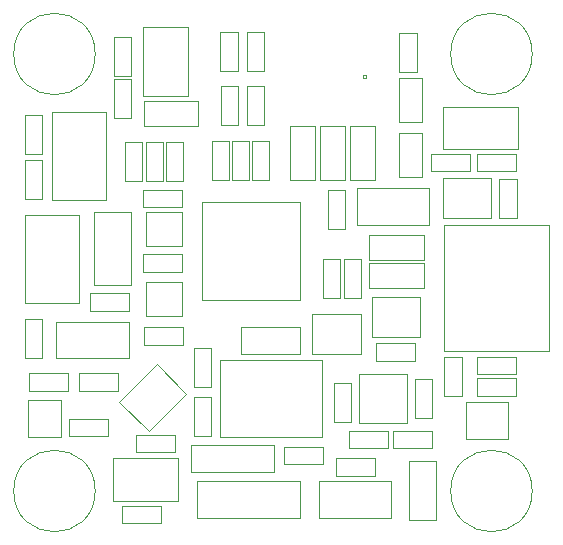
<source format=gbr>
G04 #@! TF.GenerationSoftware,KiCad,Pcbnew,8.0.5*
G04 #@! TF.CreationDate,2024-11-30T21:41:35+05:30*
G04 #@! TF.ProjectId,SNSRTG401V30,534e5352-5447-4343-9031-5633302e6b69,3.0*
G04 #@! TF.SameCoordinates,Original*
G04 #@! TF.FileFunction,Other,User*
%FSLAX46Y46*%
G04 Gerber Fmt 4.6, Leading zero omitted, Abs format (unit mm)*
G04 Created by KiCad (PCBNEW 8.0.5) date 2024-11-30 21:41:35*
%MOMM*%
%LPD*%
G01*
G04 APERTURE LIST*
%ADD10C,0.050000*%
G04 APERTURE END LIST*
D10*
X110697200Y-54010000D02*
X113997200Y-54010000D01*
X110697200Y-55470000D02*
X110697200Y-54010000D01*
X113997200Y-54010000D02*
X113997200Y-55470000D01*
X113997200Y-55470000D02*
X110697200Y-55470000D01*
X85575500Y-56547000D02*
X88875500Y-56547000D01*
X85575500Y-58007000D02*
X85575500Y-56547000D01*
X88875500Y-56547000D02*
X88875500Y-58007000D01*
X88875500Y-58007000D02*
X85575500Y-58007000D01*
X113500000Y-63960000D02*
X113500000Y-68960000D01*
X113500000Y-68960000D02*
X115800000Y-68960000D01*
X115800000Y-63960000D02*
X113500000Y-63960000D01*
X115800000Y-68960000D02*
X115800000Y-63960000D01*
X86950000Y-66500000D02*
G75*
G02*
X80050000Y-66500000I-3450000J0D01*
G01*
X80050000Y-66500000D02*
G75*
G02*
X86950000Y-66500000I3450000J0D01*
G01*
X91050000Y-52650000D02*
X94350000Y-52650000D01*
X91050000Y-54110000D02*
X91050000Y-52650000D01*
X94350000Y-52650000D02*
X94350000Y-54110000D01*
X94350000Y-54110000D02*
X91050000Y-54110000D01*
X100235000Y-36857500D02*
X101695000Y-36857500D01*
X100235000Y-40157500D02*
X100235000Y-36857500D01*
X101695000Y-36857500D02*
X101695000Y-40157500D01*
X101695000Y-40157500D02*
X100235000Y-40157500D01*
X123950000Y-29500000D02*
G75*
G02*
X117050000Y-29500000I-3450000J0D01*
G01*
X117050000Y-29500000D02*
G75*
G02*
X123950000Y-29500000I3450000J0D01*
G01*
X96806000Y-36858300D02*
X98266000Y-36858300D01*
X96806000Y-40158300D02*
X96806000Y-36858300D01*
X98266000Y-36858300D02*
X98266000Y-40158300D01*
X98266000Y-40158300D02*
X96806000Y-40158300D01*
X119250000Y-55120000D02*
X122550000Y-55120000D01*
X119250000Y-56580000D02*
X119250000Y-55120000D01*
X122550000Y-55120000D02*
X122550000Y-56580000D01*
X122550000Y-56580000D02*
X119250000Y-56580000D01*
X107163800Y-57382000D02*
X108623800Y-57382000D01*
X107163800Y-60682000D02*
X107163800Y-57382000D01*
X108623800Y-57382000D02*
X108623800Y-60682000D01*
X108623800Y-60682000D02*
X107163800Y-60682000D01*
X98539900Y-36858300D02*
X99999900Y-36858300D01*
X98539900Y-40158300D02*
X98539900Y-36858300D01*
X99999900Y-36858300D02*
X99999900Y-40158300D01*
X99999900Y-40158300D02*
X98539900Y-40158300D01*
X83670600Y-52171000D02*
X83670600Y-55271000D01*
X83670600Y-55271000D02*
X89770600Y-55271000D01*
X89770600Y-52171000D02*
X83670600Y-52171000D01*
X89770600Y-55271000D02*
X89770600Y-52171000D01*
X91092000Y-33519400D02*
X95692000Y-33519400D01*
X91092000Y-35619400D02*
X91092000Y-33519400D01*
X95692000Y-33519400D02*
X95692000Y-35619400D01*
X95692000Y-35619400D02*
X91092000Y-35619400D01*
X106220000Y-46882500D02*
X107680000Y-46882500D01*
X106220000Y-50182500D02*
X106220000Y-46882500D01*
X107680000Y-46882500D02*
X107680000Y-50182500D01*
X107680000Y-50182500D02*
X106220000Y-50182500D01*
X95102800Y-62629400D02*
X95102800Y-64929400D01*
X95102800Y-64929400D02*
X102102800Y-64929400D01*
X102102800Y-62629400D02*
X95102800Y-62629400D01*
X102102800Y-64929400D02*
X102102800Y-62629400D01*
X112181800Y-61398400D02*
X115481800Y-61398400D01*
X112181800Y-62858400D02*
X112181800Y-61398400D01*
X115481800Y-61398400D02*
X115481800Y-62858400D01*
X115481800Y-62858400D02*
X112181800Y-62858400D01*
X86842000Y-42919000D02*
X86842000Y-49019000D01*
X86842000Y-49019000D02*
X89942000Y-49019000D01*
X89942000Y-42919000D02*
X86842000Y-42919000D01*
X89942000Y-49019000D02*
X89942000Y-42919000D01*
X90974000Y-40976800D02*
X94274000Y-40976800D01*
X90974000Y-42436800D02*
X90974000Y-40976800D01*
X94274000Y-40976800D02*
X94274000Y-42436800D01*
X94274000Y-42436800D02*
X90974000Y-42436800D01*
X103471000Y-35596800D02*
X105571000Y-35596800D01*
X103471000Y-40196800D02*
X103471000Y-35596800D01*
X105571000Y-35596800D02*
X105571000Y-40196800D01*
X105571000Y-40196800D02*
X103471000Y-40196800D01*
X91274000Y-42847600D02*
X91274000Y-45747600D01*
X91274000Y-45747600D02*
X94274000Y-45747600D01*
X94274000Y-42847600D02*
X91274000Y-42847600D01*
X94274000Y-45747600D02*
X94274000Y-42847600D01*
X91034000Y-27218000D02*
X94834000Y-27218000D01*
X91034000Y-33018000D02*
X91034000Y-27218000D01*
X94834000Y-27218000D02*
X94834000Y-33018000D01*
X94834000Y-33018000D02*
X91034000Y-33018000D01*
X105322500Y-51480000D02*
X105322500Y-54880000D01*
X105322500Y-54880000D02*
X109422500Y-54880000D01*
X109422500Y-51480000D02*
X105322500Y-51480000D01*
X109422500Y-54880000D02*
X109422500Y-51480000D01*
X89490800Y-36932600D02*
X90950800Y-36932600D01*
X89490800Y-40232600D02*
X89490800Y-36932600D01*
X90950800Y-36932600D02*
X90950800Y-40232600D01*
X90950800Y-40232600D02*
X89490800Y-40232600D01*
X88551000Y-31649400D02*
X90011000Y-31649400D01*
X88551000Y-34949400D02*
X88551000Y-31649400D01*
X90011000Y-31649400D02*
X90011000Y-34949400D01*
X90011000Y-34949400D02*
X88551000Y-34949400D01*
X121170000Y-40087500D02*
X122630000Y-40087500D01*
X121170000Y-43387500D02*
X121170000Y-40087500D01*
X122630000Y-40087500D02*
X122630000Y-43387500D01*
X122630000Y-43387500D02*
X121170000Y-43387500D01*
X92945200Y-36932600D02*
X94405200Y-36932600D01*
X92945200Y-40232600D02*
X92945200Y-36932600D01*
X94405200Y-36932600D02*
X94405200Y-40232600D01*
X94405200Y-40232600D02*
X92945200Y-40232600D01*
X91274000Y-48816600D02*
X91274000Y-51716600D01*
X91274000Y-51716600D02*
X94274000Y-51716600D01*
X94274000Y-48816600D02*
X91274000Y-48816600D01*
X94274000Y-51716600D02*
X94274000Y-48816600D01*
X116407500Y-34025000D02*
X116407500Y-37525000D01*
X116407500Y-37525000D02*
X122767500Y-37525000D01*
X122767500Y-34025000D02*
X116407500Y-34025000D01*
X122767500Y-37525000D02*
X122767500Y-34025000D01*
X89227500Y-67740000D02*
X92527500Y-67740000D01*
X89227500Y-69200000D02*
X89227500Y-67740000D01*
X92527500Y-67740000D02*
X92527500Y-69200000D01*
X92527500Y-69200000D02*
X89227500Y-69200000D01*
X116392500Y-40010000D02*
X116392500Y-43410000D01*
X116392500Y-43410000D02*
X120492500Y-43410000D01*
X120492500Y-40010000D02*
X116392500Y-40010000D01*
X120492500Y-43410000D02*
X120492500Y-40010000D01*
X97534000Y-55424000D02*
X97534000Y-61924000D01*
X97534000Y-61924000D02*
X106174000Y-61924000D01*
X106174000Y-55424000D02*
X97534000Y-55424000D01*
X106174000Y-61924000D02*
X106174000Y-55424000D01*
X97568000Y-32235500D02*
X99028000Y-32235500D01*
X97568000Y-35535500D02*
X97568000Y-32235500D01*
X99028000Y-32235500D02*
X99028000Y-35535500D01*
X99028000Y-35535500D02*
X97568000Y-35535500D01*
X95598600Y-65650000D02*
X95598600Y-68750000D01*
X95598600Y-68750000D02*
X104248600Y-68750000D01*
X104248600Y-65650000D02*
X95598600Y-65650000D01*
X104248600Y-68750000D02*
X104248600Y-65650000D01*
X96010000Y-42050000D02*
X96010000Y-50290000D01*
X96010000Y-50290000D02*
X104250000Y-50290000D01*
X104250000Y-42050000D02*
X96010000Y-42050000D01*
X104250000Y-50290000D02*
X104250000Y-42050000D01*
X115357500Y-37960000D02*
X118657500Y-37960000D01*
X115357500Y-39420000D02*
X115357500Y-37960000D01*
X118657500Y-37960000D02*
X118657500Y-39420000D01*
X118657500Y-39420000D02*
X115357500Y-39420000D01*
X110170000Y-47192800D02*
X114770000Y-47192800D01*
X110170000Y-49292800D02*
X110170000Y-47192800D01*
X114770000Y-47192800D02*
X114770000Y-49292800D01*
X114770000Y-49292800D02*
X110170000Y-49292800D01*
X95330000Y-54355000D02*
X96790000Y-54355000D01*
X95330000Y-57655000D02*
X95330000Y-54355000D01*
X96790000Y-54355000D02*
X96790000Y-57655000D01*
X96790000Y-57655000D02*
X95330000Y-57655000D01*
X107976200Y-46882500D02*
X109436200Y-46882500D01*
X107976200Y-50182500D02*
X107976200Y-46882500D01*
X109436200Y-46882500D02*
X109436200Y-50182500D01*
X109436200Y-50182500D02*
X107976200Y-50182500D01*
X105911000Y-65650000D02*
X105911000Y-68750000D01*
X105911000Y-68750000D02*
X112011000Y-68750000D01*
X112011000Y-65650000D02*
X105911000Y-65650000D01*
X112011000Y-68750000D02*
X112011000Y-65650000D01*
X119312500Y-37970000D02*
X122612500Y-37970000D01*
X119312500Y-39430000D02*
X119312500Y-37970000D01*
X122612500Y-37970000D02*
X122612500Y-39430000D01*
X122612500Y-39430000D02*
X119312500Y-39430000D01*
X88460000Y-67340000D02*
X88460000Y-63740000D01*
X88460000Y-67340000D02*
X93960000Y-67340000D01*
X93960000Y-63740000D02*
X88460000Y-63740000D01*
X93960000Y-63740000D02*
X93960000Y-67340000D01*
X106011000Y-35596800D02*
X108111000Y-35596800D01*
X106011000Y-40196800D02*
X106011000Y-35596800D01*
X108111000Y-35596800D02*
X108111000Y-40196800D01*
X108111000Y-40196800D02*
X106011000Y-40196800D01*
X123950000Y-66500000D02*
G75*
G02*
X117050000Y-66500000I-3450000J0D01*
G01*
X117050000Y-66500000D02*
G75*
G02*
X123950000Y-66500000I3450000J0D01*
G01*
X88999873Y-58963153D02*
X92181853Y-55781173D01*
X91474747Y-61438027D02*
X88999873Y-58963153D01*
X92181853Y-55781173D02*
X94656727Y-58256047D01*
X94656727Y-58256047D02*
X91474747Y-61438027D01*
X91218000Y-36932600D02*
X92678000Y-36932600D01*
X91218000Y-40232600D02*
X91218000Y-36932600D01*
X92678000Y-36932600D02*
X92678000Y-40232600D01*
X92678000Y-40232600D02*
X91218000Y-40232600D01*
X84757500Y-60410000D02*
X88057500Y-60410000D01*
X84757500Y-61870000D02*
X84757500Y-60410000D01*
X88057500Y-60410000D02*
X88057500Y-61870000D01*
X88057500Y-61870000D02*
X84757500Y-61870000D01*
X86513400Y-49765200D02*
X89813400Y-49765200D01*
X86513400Y-51225200D02*
X86513400Y-49765200D01*
X89813400Y-49765200D02*
X89813400Y-51225200D01*
X89813400Y-51225200D02*
X86513400Y-51225200D01*
X109090000Y-40868000D02*
X109090000Y-43968000D01*
X109090000Y-43968000D02*
X115190000Y-43968000D01*
X115190000Y-40868000D02*
X109090000Y-40868000D01*
X115190000Y-43968000D02*
X115190000Y-40868000D01*
X80981800Y-34646600D02*
X82441800Y-34646600D01*
X80981800Y-37946600D02*
X80981800Y-34646600D01*
X82441800Y-34646600D02*
X82441800Y-37946600D01*
X82441800Y-37946600D02*
X80981800Y-37946600D01*
X108551000Y-35596800D02*
X110651000Y-35596800D01*
X108551000Y-40196800D02*
X108551000Y-35596800D01*
X110651000Y-35596800D02*
X110651000Y-40196800D01*
X110651000Y-40196800D02*
X108551000Y-40196800D01*
X116520000Y-55187500D02*
X117980000Y-55187500D01*
X116520000Y-58487500D02*
X116520000Y-55187500D01*
X117980000Y-55187500D02*
X117980000Y-58487500D01*
X117980000Y-58487500D02*
X116520000Y-58487500D01*
X83298000Y-34424000D02*
X83298000Y-41864000D01*
X83298000Y-41864000D02*
X87898000Y-41864000D01*
X87898000Y-34424000D02*
X83298000Y-34424000D01*
X87898000Y-41864000D02*
X87898000Y-34424000D01*
X99777800Y-27675600D02*
X101237800Y-27675600D01*
X99777800Y-30975600D02*
X99777800Y-27675600D01*
X101237800Y-27675600D02*
X101237800Y-30975600D01*
X101237800Y-30975600D02*
X99777800Y-30975600D01*
X90974000Y-46463200D02*
X94274000Y-46463200D01*
X90974000Y-47923200D02*
X90974000Y-46463200D01*
X94274000Y-46463200D02*
X94274000Y-47923200D01*
X94274000Y-47923200D02*
X90974000Y-47923200D01*
X112634200Y-36169200D02*
X114594200Y-36169200D01*
X112634200Y-39929200D02*
X112634200Y-36169200D01*
X114594200Y-36169200D02*
X114594200Y-39929200D01*
X114594200Y-39929200D02*
X112634200Y-39929200D01*
X99803200Y-32235500D02*
X101263200Y-32235500D01*
X99803200Y-35535500D02*
X99803200Y-32235500D01*
X101263200Y-32235500D02*
X101263200Y-35535500D01*
X101263200Y-35535500D02*
X99803200Y-35535500D01*
X110362500Y-50090000D02*
X110362500Y-53490000D01*
X110362500Y-53490000D02*
X114462500Y-53490000D01*
X114462500Y-50090000D02*
X110362500Y-50090000D01*
X114462500Y-53490000D02*
X114462500Y-50090000D01*
X112706400Y-27712400D02*
X114166400Y-27712400D01*
X112706400Y-31012400D02*
X112706400Y-27712400D01*
X114166400Y-27712400D02*
X114166400Y-31012400D01*
X114166400Y-31012400D02*
X112706400Y-31012400D01*
X99317500Y-52610000D02*
X104277500Y-52610000D01*
X99317500Y-54910000D02*
X99317500Y-52610000D01*
X104277500Y-52610000D02*
X104277500Y-54910000D01*
X104277500Y-54910000D02*
X99317500Y-54910000D01*
X119250000Y-56975000D02*
X122550000Y-56975000D01*
X119250000Y-58435000D02*
X119250000Y-56975000D01*
X122550000Y-56975000D02*
X122550000Y-58435000D01*
X122550000Y-58435000D02*
X119250000Y-58435000D01*
X110170000Y-44870000D02*
X114770000Y-44870000D01*
X110170000Y-46970000D02*
X110170000Y-44870000D01*
X114770000Y-44870000D02*
X114770000Y-46970000D01*
X114770000Y-46970000D02*
X110170000Y-46970000D01*
X81265000Y-58835000D02*
X84085000Y-58835000D01*
X81265000Y-61915000D02*
X81265000Y-58835000D01*
X84085000Y-58835000D02*
X84085000Y-61915000D01*
X84085000Y-61915000D02*
X81265000Y-61915000D01*
X107341400Y-63735200D02*
X110641400Y-63735200D01*
X107341400Y-65195200D02*
X107341400Y-63735200D01*
X110641400Y-63735200D02*
X110641400Y-65195200D01*
X110641400Y-65195200D02*
X107341400Y-65195200D01*
X86950000Y-29500000D02*
G75*
G02*
X80050000Y-29500000I-3450000J0D01*
G01*
X80050000Y-29500000D02*
G75*
G02*
X86950000Y-29500000I3450000J0D01*
G01*
X80981800Y-38482000D02*
X82441800Y-38482000D01*
X80981800Y-41782000D02*
X80981800Y-38482000D01*
X82441800Y-38482000D02*
X82441800Y-41782000D01*
X82441800Y-41782000D02*
X80981800Y-41782000D01*
X97542600Y-27675600D02*
X99002600Y-27675600D01*
X97542600Y-30975600D02*
X97542600Y-27675600D01*
X99002600Y-27675600D02*
X99002600Y-30975600D01*
X99002600Y-30975600D02*
X97542600Y-30975600D01*
X80981800Y-51918600D02*
X82441800Y-51918600D01*
X80981800Y-55218600D02*
X80981800Y-51918600D01*
X82441800Y-51918600D02*
X82441800Y-55218600D01*
X82441800Y-55218600D02*
X80981800Y-55218600D01*
X109247400Y-56626400D02*
X113347400Y-56626400D01*
X109247400Y-60726400D02*
X109247400Y-56626400D01*
X113347400Y-56626400D02*
X113347400Y-60726400D01*
X113347400Y-60726400D02*
X109247400Y-60726400D01*
X108429300Y-61398400D02*
X111729300Y-61398400D01*
X108429300Y-62858400D02*
X108429300Y-61398400D01*
X111729300Y-61398400D02*
X111729300Y-62858400D01*
X111729300Y-62858400D02*
X108429300Y-62858400D01*
X106640000Y-40997500D02*
X108100000Y-40997500D01*
X106640000Y-44297500D02*
X106640000Y-40997500D01*
X108100000Y-40997500D02*
X108100000Y-44297500D01*
X108100000Y-44297500D02*
X106640000Y-44297500D01*
X109653400Y-31248400D02*
X109853400Y-31248400D01*
X109653400Y-31548400D02*
X109653400Y-31248400D01*
X109853400Y-31248400D02*
X109853400Y-31548400D01*
X109853400Y-31548400D02*
X109653400Y-31548400D01*
X81307500Y-56547000D02*
X84607500Y-56547000D01*
X81307500Y-58007000D02*
X81307500Y-56547000D01*
X84607500Y-56547000D02*
X84607500Y-58007000D01*
X84607500Y-58007000D02*
X81307500Y-58007000D01*
X102894500Y-62795400D02*
X106194500Y-62795400D01*
X102894500Y-64255400D02*
X102894500Y-62795400D01*
X106194500Y-62795400D02*
X106194500Y-64255400D01*
X106194500Y-64255400D02*
X102894500Y-64255400D01*
X88551000Y-28071200D02*
X90011000Y-28071200D01*
X88551000Y-31371200D02*
X88551000Y-28071200D01*
X90011000Y-28071200D02*
X90011000Y-31371200D01*
X90011000Y-31371200D02*
X88551000Y-31371200D01*
X116465000Y-54640000D02*
X125405000Y-54640000D01*
X125405000Y-44000000D01*
X116465000Y-44000000D01*
X116465000Y-54640000D01*
X95330000Y-58522600D02*
X96790000Y-58522600D01*
X95330000Y-61822600D02*
X95330000Y-58522600D01*
X96790000Y-58522600D02*
X96790000Y-61822600D01*
X96790000Y-61822600D02*
X95330000Y-61822600D01*
X118306200Y-59000000D02*
X118306200Y-62100000D01*
X118306200Y-62100000D02*
X121906200Y-62100000D01*
X121906200Y-59000000D02*
X118306200Y-59000000D01*
X121906200Y-62100000D02*
X121906200Y-59000000D01*
X112634200Y-31521000D02*
X114594200Y-31521000D01*
X112634200Y-35281000D02*
X112634200Y-31521000D01*
X114594200Y-31521000D02*
X114594200Y-35281000D01*
X114594200Y-35281000D02*
X112634200Y-35281000D01*
X81012000Y-43143000D02*
X81012000Y-50583000D01*
X81012000Y-50583000D02*
X85612000Y-50583000D01*
X85612000Y-43143000D02*
X81012000Y-43143000D01*
X85612000Y-50583000D02*
X85612000Y-43143000D01*
X90407500Y-61740000D02*
X93707500Y-61740000D01*
X90407500Y-63200000D02*
X90407500Y-61740000D01*
X93707500Y-61740000D02*
X93707500Y-63200000D01*
X93707500Y-63200000D02*
X90407500Y-63200000D01*
X114021800Y-57025100D02*
X115481800Y-57025100D01*
X114021800Y-60325100D02*
X114021800Y-57025100D01*
X115481800Y-57025100D02*
X115481800Y-60325100D01*
X115481800Y-60325100D02*
X114021800Y-60325100D01*
M02*

</source>
